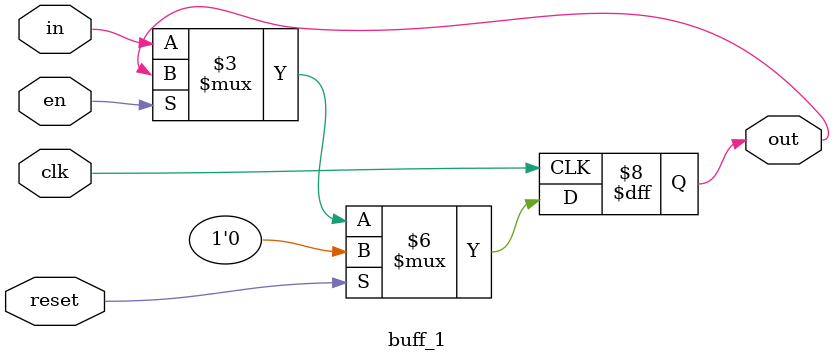
<source format=sv>
module buff_1 (input logic in, input logic clk, reset, en, output logic out);

    always_ff @(posedge clk)
    begin
        if (reset)
        begin
            out <= 0;
        end
        else if (~en)
        begin
            out <= in;
        end
    end

endmodule
</source>
